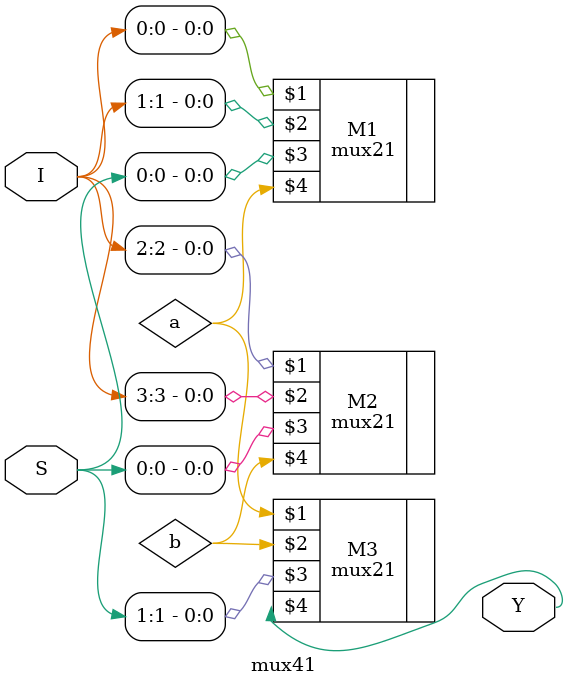
<source format=v>
module mux41(I,S,Y);
input [0:3]I;
input [0:1]S;
output Y;
wire a,b;
mux21 M1(I[0],I[1],S[0],a);
mux21 M2(I[2],I[3],S[0],b);
mux21 M3(a,b,S[1],Y);
endmodule
</source>
